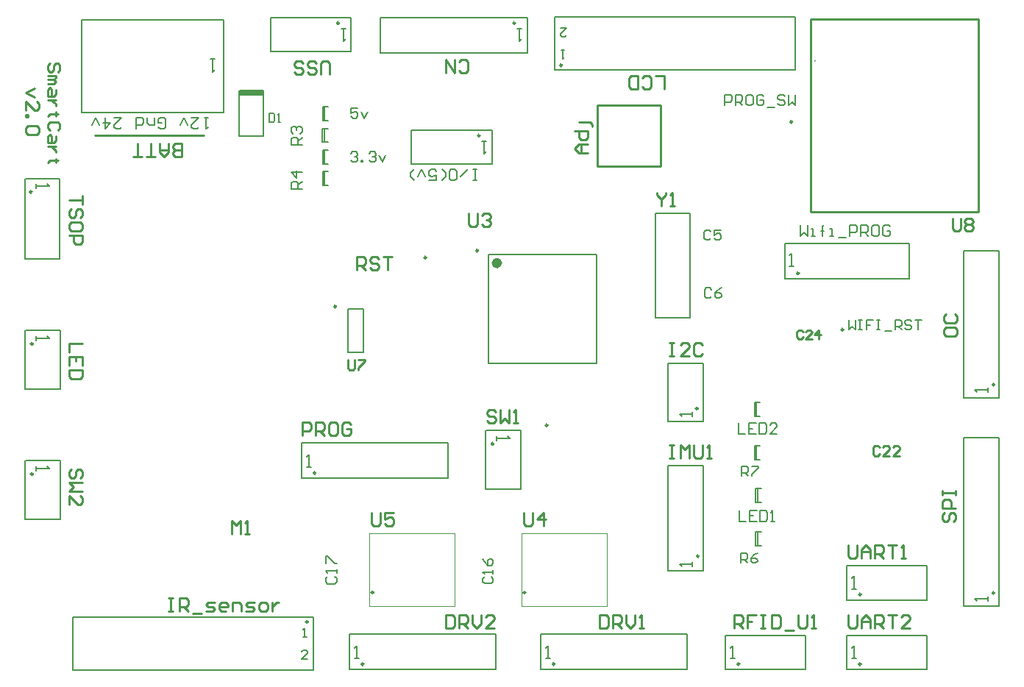
<source format=gbr>
G04 Layer_Color=65535*
%FSLAX23Y23*%
%MOIN*%
%TF.FileFunction,Legend,Top*%
%TF.Part,Single*%
G01*
G75*
%ADD20C,0.010*%
%ADD46C,0.006*%
%ADD47C,0.010*%
%ADD48C,0.024*%
%ADD49C,0.008*%
%ADD50C,0.009*%
%ADD51C,0.004*%
%ADD52C,0.008*%
%ADD53R,0.110X0.031*%
D20*
X4664Y3568D02*
X5419D01*
X4659Y3570D02*
Y4443D01*
X4859D02*
X5219D01*
X5419Y3568D02*
Y4443D01*
X4659D02*
X4859D01*
X5219D02*
X5419D01*
X3693Y4052D02*
X3981D01*
X3693Y3777D02*
Y4052D01*
X3981Y3777D02*
Y4052D01*
X3693Y3777D02*
X3981D01*
X5303Y3539D02*
Y3493D01*
X5312Y3484D01*
X5330D01*
X5340Y3493D01*
Y3539D01*
X5358Y3530D02*
X5367Y3539D01*
X5385D01*
X5395Y3530D01*
Y3521D01*
X5385Y3511D01*
X5395Y3502D01*
Y3493D01*
X5385Y3484D01*
X5367D01*
X5358Y3493D01*
Y3502D01*
X5367Y3511D01*
X5358Y3521D01*
Y3530D01*
X5367Y3511D02*
X5385D01*
X3962Y3657D02*
Y3647D01*
X3982Y3627D01*
X4002Y3647D01*
Y3657D01*
X3982Y3627D02*
Y3597D01*
X4022D02*
X4042D01*
X4032D01*
Y3657D01*
X4022Y3647D01*
X2480Y4192D02*
Y4242D01*
X2470Y4252D01*
X2450D01*
X2440Y4242D01*
Y4192D01*
X2380Y4202D02*
X2390Y4192D01*
X2410D01*
X2420Y4202D01*
Y4212D01*
X2410Y4222D01*
X2390D01*
X2380Y4232D01*
Y4242D01*
X2390Y4252D01*
X2410D01*
X2420Y4242D01*
X2320Y4202D02*
X2330Y4192D01*
X2350D01*
X2360Y4202D01*
Y4212D01*
X2350Y4222D01*
X2330D01*
X2320Y4232D01*
Y4242D01*
X2330Y4252D01*
X2350D01*
X2360Y4242D01*
X4829Y1744D02*
Y1694D01*
X4839Y1684D01*
X4859D01*
X4869Y1694D01*
Y1744D01*
X4889Y1684D02*
Y1724D01*
X4909Y1744D01*
X4929Y1724D01*
Y1684D01*
Y1714D01*
X4889D01*
X4949Y1684D02*
Y1744D01*
X4979D01*
X4989Y1734D01*
Y1714D01*
X4979Y1704D01*
X4949D01*
X4969D02*
X4989Y1684D01*
X5009Y1744D02*
X5049D01*
X5029D01*
Y1684D01*
X5109D02*
X5069D01*
X5109Y1724D01*
Y1734D01*
X5099Y1744D01*
X5079D01*
X5069Y1734D01*
X4829Y2058D02*
Y2008D01*
X4839Y1998D01*
X4859D01*
X4869Y2008D01*
Y2058D01*
X4889Y1998D02*
Y2038D01*
X4909Y2058D01*
X4929Y2038D01*
Y1998D01*
Y2028D01*
X4889D01*
X4949Y1998D02*
Y2058D01*
X4979D01*
X4989Y2048D01*
Y2028D01*
X4979Y2018D01*
X4949D01*
X4969D02*
X4989Y1998D01*
X5009Y2058D02*
X5049D01*
X5029D01*
Y1998D01*
X5069D02*
X5089D01*
X5079D01*
Y2058D01*
X5069Y2048D01*
X2564Y2899D02*
Y2861D01*
X2571Y2854D01*
X2586D01*
X2594Y2861D01*
Y2899D01*
X2609D02*
X2639D01*
Y2891D01*
X2609Y2861D01*
Y2854D01*
X2670Y2207D02*
Y2157D01*
X2680Y2147D01*
X2700D01*
X2710Y2157D01*
Y2207D01*
X2770D02*
X2730D01*
Y2177D01*
X2750Y2187D01*
X2760D01*
X2770Y2177D01*
Y2157D01*
X2760Y2147D01*
X2740D01*
X2730Y2157D01*
X3359Y2207D02*
Y2157D01*
X3369Y2147D01*
X3389D01*
X3399Y2157D01*
Y2207D01*
X3449Y2147D02*
Y2207D01*
X3419Y2177D01*
X3459D01*
X3110Y3564D02*
Y3514D01*
X3120Y3504D01*
X3140D01*
X3150Y3514D01*
Y3564D01*
X3170Y3554D02*
X3180Y3564D01*
X3200D01*
X3210Y3554D01*
Y3544D01*
X3200Y3534D01*
X3190D01*
X3200D01*
X3210Y3524D01*
Y3514D01*
X3200Y3504D01*
X3180D01*
X3170Y3514D01*
X1359Y3642D02*
Y3602D01*
Y3622D01*
X1299D01*
X1349Y3542D02*
X1359Y3552D01*
Y3572D01*
X1349Y3582D01*
X1339D01*
X1329Y3572D01*
Y3552D01*
X1319Y3542D01*
X1309D01*
X1299Y3552D01*
Y3572D01*
X1309Y3582D01*
X1359Y3492D02*
Y3512D01*
X1349Y3522D01*
X1309D01*
X1299Y3512D01*
Y3492D01*
X1309Y3482D01*
X1349D01*
X1359Y3492D01*
X1299Y3462D02*
X1359D01*
Y3432D01*
X1349Y3422D01*
X1329D01*
X1319Y3432D01*
Y3462D01*
X1349Y2362D02*
X1359Y2372D01*
Y2392D01*
X1349Y2402D01*
X1339D01*
X1329Y2392D01*
Y2372D01*
X1319Y2362D01*
X1309D01*
X1299Y2372D01*
Y2392D01*
X1309Y2402D01*
X1359Y2342D02*
X1299D01*
X1319Y2322D01*
X1299Y2302D01*
X1359D01*
X1299Y2242D02*
Y2282D01*
X1339Y2242D01*
X1349D01*
X1359Y2252D01*
Y2272D01*
X1349Y2282D01*
X3234Y2663D02*
X3224Y2673D01*
X3204D01*
X3194Y2663D01*
Y2653D01*
X3204Y2643D01*
X3224D01*
X3234Y2633D01*
Y2623D01*
X3224Y2613D01*
X3204D01*
X3194Y2623D01*
X3254Y2673D02*
Y2613D01*
X3274Y2633D01*
X3294Y2613D01*
Y2673D01*
X3314Y2613D02*
X3334D01*
X3324D01*
Y2673D01*
X3314Y2663D01*
X5265Y2205D02*
X5255Y2195D01*
Y2175D01*
X5265Y2165D01*
X5275D01*
X5285Y2175D01*
Y2195D01*
X5295Y2205D01*
X5305D01*
X5315Y2195D01*
Y2175D01*
X5305Y2165D01*
X5315Y2225D02*
X5255D01*
Y2255D01*
X5265Y2265D01*
X5285D01*
X5295Y2255D01*
Y2225D01*
X5255Y2285D02*
Y2305D01*
Y2295D01*
X5315D01*
Y2285D01*
Y2305D01*
X2602Y3306D02*
Y3366D01*
X2632D01*
X2642Y3356D01*
Y3336D01*
X2632Y3326D01*
X2602D01*
X2622D02*
X2642Y3306D01*
X2702Y3356D02*
X2692Y3366D01*
X2672D01*
X2662Y3356D01*
Y3346D01*
X2672Y3336D01*
X2692D01*
X2702Y3326D01*
Y3316D01*
X2692Y3306D01*
X2672D01*
X2662Y3316D01*
X2722Y3366D02*
X2762D01*
X2742D01*
Y3306D01*
X4312Y1682D02*
Y1742D01*
X4342D01*
X4352Y1732D01*
Y1712D01*
X4342Y1702D01*
X4312D01*
X4332D02*
X4352Y1682D01*
X4412Y1742D02*
X4372D01*
Y1712D01*
X4392D01*
X4372D01*
Y1682D01*
X4432Y1742D02*
X4452D01*
X4442D01*
Y1682D01*
X4432D01*
X4452D01*
X4482Y1742D02*
Y1682D01*
X4512D01*
X4522Y1692D01*
Y1732D01*
X4512Y1742D01*
X4482D01*
X4542Y1672D02*
X4582D01*
X4602Y1742D02*
Y1692D01*
X4612Y1682D01*
X4632D01*
X4642Y1692D01*
Y1742D01*
X4662Y1682D02*
X4682D01*
X4672D01*
Y1742D01*
X4662Y1732D01*
X2358Y2555D02*
Y2615D01*
X2388D01*
X2398Y2605D01*
Y2585D01*
X2388Y2575D01*
X2358D01*
X2418Y2555D02*
Y2615D01*
X2448D01*
X2458Y2605D01*
Y2585D01*
X2448Y2575D01*
X2418D01*
X2438D02*
X2458Y2555D01*
X2508Y2615D02*
X2488D01*
X2478Y2605D01*
Y2565D01*
X2488Y2555D01*
X2508D01*
X2518Y2565D01*
Y2605D01*
X2508Y2615D01*
X2578Y2605D02*
X2568Y2615D01*
X2548D01*
X2538Y2605D01*
Y2565D01*
X2548Y2555D01*
X2568D01*
X2578Y2565D01*
Y2585D01*
X2558D01*
X3650Y3837D02*
X3610D01*
X3590Y3857D01*
X3610Y3877D01*
X3650D01*
X3620D01*
Y3837D01*
X3590Y3937D02*
X3650D01*
Y3907D01*
X3640Y3897D01*
X3620D01*
X3610Y3907D01*
Y3937D01*
X3670Y3957D02*
Y3967D01*
X3660Y3977D01*
X3610D01*
X5264Y3036D02*
Y3016D01*
X5274Y3006D01*
X5314D01*
X5324Y3016D01*
Y3036D01*
X5314Y3046D01*
X5274D01*
X5264Y3036D01*
X5274Y3106D02*
X5264Y3096D01*
Y3076D01*
X5274Y3066D01*
X5314D01*
X5324Y3076D01*
Y3096D01*
X5314Y3106D01*
X2037Y2109D02*
Y2169D01*
X2057Y2149D01*
X2077Y2169D01*
Y2109D01*
X2097D02*
X2117D01*
X2107D01*
Y2169D01*
X2097Y2159D01*
X1359Y2972D02*
X1299D01*
Y2932D01*
X1359Y2872D02*
Y2912D01*
X1299D01*
Y2872D01*
X1329Y2912D02*
Y2892D01*
X1359Y2852D02*
X1299D01*
Y2822D01*
X1309Y2812D01*
X1349D01*
X1359Y2822D01*
Y2852D01*
X3996Y4127D02*
Y4187D01*
X3956D01*
X3896Y4137D02*
X3906Y4127D01*
X3926D01*
X3936Y4137D01*
Y4177D01*
X3926Y4187D01*
X3906D01*
X3896Y4177D01*
X3876Y4127D02*
Y4187D01*
X3846D01*
X3836Y4177D01*
Y4137D01*
X3846Y4127D01*
X3876D01*
X1749Y1820D02*
X1769D01*
X1759D01*
Y1760D01*
X1749D01*
X1769D01*
X1799D02*
Y1820D01*
X1829D01*
X1839Y1810D01*
Y1790D01*
X1829Y1780D01*
X1799D01*
X1819D02*
X1839Y1760D01*
X1859Y1750D02*
X1899D01*
X1919Y1760D02*
X1949D01*
X1959Y1770D01*
X1949Y1780D01*
X1929D01*
X1919Y1790D01*
X1929Y1800D01*
X1959D01*
X2009Y1760D02*
X1989D01*
X1979Y1770D01*
Y1790D01*
X1989Y1800D01*
X2009D01*
X2019Y1790D01*
Y1780D01*
X1979D01*
X2039Y1760D02*
Y1800D01*
X2069D01*
X2079Y1790D01*
Y1760D01*
X2099D02*
X2129D01*
X2139Y1770D01*
X2129Y1780D01*
X2109D01*
X2099Y1790D01*
X2109Y1800D01*
X2139D01*
X2169Y1760D02*
X2189D01*
X2199Y1770D01*
Y1790D01*
X2189Y1800D01*
X2169D01*
X2159Y1790D01*
Y1770D01*
X2169Y1760D01*
X2219Y1800D02*
Y1760D01*
Y1780D01*
X2229Y1790D01*
X2239Y1800D01*
X2249D01*
X4021Y2513D02*
X4041D01*
X4031D01*
Y2453D01*
X4021D01*
X4041D01*
X4071D02*
Y2513D01*
X4091Y2493D01*
X4111Y2513D01*
Y2453D01*
X4131Y2513D02*
Y2463D01*
X4141Y2453D01*
X4161D01*
X4171Y2463D01*
Y2513D01*
X4191Y2453D02*
X4211D01*
X4201D01*
Y2513D01*
X4191Y2503D01*
X4021Y2977D02*
X4041D01*
X4031D01*
Y2917D01*
X4021D01*
X4041D01*
X4111D02*
X4071D01*
X4111Y2957D01*
Y2967D01*
X4101Y2977D01*
X4081D01*
X4071Y2967D01*
X4171D02*
X4161Y2977D01*
X4141D01*
X4131Y2967D01*
Y2927D01*
X4141Y2917D01*
X4161D01*
X4171Y2927D01*
X3008Y1742D02*
Y1682D01*
X3038D01*
X3048Y1692D01*
Y1732D01*
X3038Y1742D01*
X3008D01*
X3068Y1682D02*
Y1742D01*
X3098D01*
X3108Y1732D01*
Y1712D01*
X3098Y1702D01*
X3068D01*
X3088D02*
X3108Y1682D01*
X3128Y1742D02*
Y1702D01*
X3148Y1682D01*
X3168Y1702D01*
Y1742D01*
X3228Y1682D02*
X3188D01*
X3228Y1722D01*
Y1732D01*
X3218Y1742D01*
X3198D01*
X3188Y1732D01*
X3703Y1741D02*
Y1681D01*
X3733D01*
X3743Y1691D01*
Y1731D01*
X3733Y1741D01*
X3703D01*
X3763Y1681D02*
Y1741D01*
X3793D01*
X3803Y1731D01*
Y1711D01*
X3793Y1701D01*
X3763D01*
X3783D02*
X3803Y1681D01*
X3823Y1741D02*
Y1701D01*
X3843Y1681D01*
X3863Y1701D01*
Y1741D01*
X3883Y1681D02*
X3903D01*
X3893D01*
Y1741D01*
X3883Y1731D01*
X3068Y4208D02*
X3078Y4198D01*
X3098D01*
X3108Y4208D01*
Y4248D01*
X3098Y4258D01*
X3078D01*
X3068Y4248D01*
X3048Y4258D02*
Y4198D01*
X3008Y4258D01*
Y4198D01*
X1811Y3818D02*
Y3878D01*
X1781D01*
X1771Y3868D01*
Y3858D01*
X1781Y3848D01*
X1811D01*
X1781D01*
X1771Y3838D01*
Y3828D01*
X1781Y3818D01*
X1811D01*
X1751Y3878D02*
Y3838D01*
X1731Y3818D01*
X1711Y3838D01*
Y3878D01*
Y3848D01*
X1751D01*
X1691Y3818D02*
X1651D01*
X1671D01*
Y3878D01*
X1631Y3818D02*
X1591D01*
X1611D01*
Y3878D01*
X1249Y4204D02*
X1258Y4214D01*
Y4232D01*
X1249Y4241D01*
X1240D01*
X1230Y4232D01*
Y4214D01*
X1221Y4204D01*
X1212D01*
X1203Y4214D01*
Y4232D01*
X1212Y4241D01*
X1203Y4186D02*
X1240D01*
Y4177D01*
X1230Y4168D01*
X1203D01*
X1230D01*
X1240Y4159D01*
X1230Y4149D01*
X1203D01*
X1240Y4122D02*
Y4104D01*
X1230Y4094D01*
X1203D01*
Y4122D01*
X1212Y4131D01*
X1221Y4122D01*
Y4094D01*
X1240Y4076D02*
X1203D01*
X1221D01*
X1230Y4067D01*
X1240Y4058D01*
Y4049D01*
X1249Y4012D02*
X1240D01*
Y4021D01*
Y4003D01*
Y4012D01*
X1212D01*
X1203Y4003D01*
X1249Y3939D02*
X1258Y3948D01*
Y3966D01*
X1249Y3975D01*
X1212D01*
X1203Y3966D01*
Y3948D01*
X1212Y3939D01*
X1240Y3911D02*
Y3893D01*
X1230Y3884D01*
X1203D01*
Y3911D01*
X1212Y3920D01*
X1221Y3911D01*
Y3884D01*
X1240Y3865D02*
X1203D01*
X1221D01*
X1230Y3856D01*
X1240Y3847D01*
Y3838D01*
X1249Y3801D02*
X1240D01*
Y3810D01*
Y3792D01*
Y3801D01*
X1212D01*
X1203Y3792D01*
X1144Y4128D02*
X1104Y4108D01*
X1144Y4088D01*
X1104Y4028D02*
Y4068D01*
X1144Y4028D01*
X1154D01*
X1164Y4038D01*
Y4058D01*
X1154Y4068D01*
X1104Y4008D02*
X1114D01*
Y3998D01*
X1104D01*
Y4008D01*
X1154Y3958D02*
X1164Y3948D01*
Y3928D01*
X1154Y3918D01*
X1114D01*
X1104Y3928D01*
Y3948D01*
X1114Y3958D01*
X1154D01*
D46*
X4680Y4253D02*
G03*
X4680Y4253I-1J0D01*
G01*
X4297Y1545D02*
X4317D01*
X4307D01*
Y1604D01*
X4297Y1594D01*
X2379Y1542D02*
X2352D01*
X2379Y1568D01*
Y1575D01*
X2372Y1582D01*
X2359D01*
X2352Y1575D01*
X2361Y1643D02*
X2375D01*
X2368D01*
Y1683D01*
X2361Y1676D01*
X1151Y2416D02*
Y2396D01*
Y2406D01*
X1210D01*
X1200Y2416D01*
X1151Y3006D02*
Y2987D01*
Y2996D01*
X1210D01*
X1200Y3006D01*
X1151Y3695D02*
Y3676D01*
Y3685D01*
X1210D01*
X1200Y3695D01*
X3191Y3890D02*
X3171D01*
X3181D01*
Y3831D01*
X3191Y3841D01*
X3460Y1545D02*
X3480D01*
X3470D01*
Y1604D01*
X3460Y1594D01*
X2594Y1545D02*
X2614D01*
X2604D01*
Y1604D01*
X2594Y1594D01*
X4563Y3321D02*
X4582D01*
X4572D01*
Y3380D01*
X4563Y3371D01*
X5463Y2751D02*
Y2771D01*
Y2761D01*
X5404D01*
X5414Y2751D01*
X5463Y1807D02*
Y1826D01*
Y1816D01*
X5404D01*
X5414Y1807D01*
X3527Y4403D02*
X3553D01*
X3527Y4376D01*
Y4370D01*
X3533Y4363D01*
X3547D01*
X3553Y4370D01*
X3544Y4302D02*
X3531D01*
X3538D01*
Y4262D01*
X3544Y4269D01*
X3351Y4400D02*
X3331D01*
X3341D01*
Y4341D01*
X3351Y4351D01*
X2553Y4400D02*
X2534D01*
X2544D01*
Y4341D01*
X2553Y4351D01*
X1960Y4263D02*
X1941D01*
X1951D01*
Y4204D01*
X1960Y4213D01*
X3238Y2553D02*
Y2534D01*
Y2544D01*
X3297D01*
X3287Y2553D01*
X2377Y2411D02*
X2397D01*
X2387D01*
Y2470D01*
X2377Y2460D01*
X4124Y2643D02*
Y2663D01*
Y2653D01*
X4065D01*
X4075Y2643D01*
X4124Y1964D02*
Y1984D01*
Y1974D01*
X4065D01*
X4075Y1964D01*
X4848Y1545D02*
X4868D01*
X4858D01*
Y1604D01*
X4848Y1594D01*
Y1860D02*
X4868D01*
X4858D01*
Y1919D01*
X4848Y1909D01*
D47*
X2509Y3140D02*
G03*
X2509Y3140I-5J0D01*
G01*
X4337Y1520D02*
G03*
X4337Y1520I-5J0D01*
G01*
X2382Y1711D02*
G03*
X2382Y1711I-5J0D01*
G01*
X1136Y2381D02*
G03*
X1136Y2381I-5J0D01*
G01*
Y2971D02*
G03*
X1136Y2971I-5J0D01*
G01*
X1131Y3660D02*
G03*
X1131Y3660I-5J0D01*
G01*
X3161Y3915D02*
G03*
X3161Y3915I-5J0D01*
G01*
X4576Y3977D02*
G03*
X4576Y3977I-5J0D01*
G01*
X3500Y1520D02*
G03*
X3500Y1520I-5J0D01*
G01*
X2634D02*
G03*
X2634Y1520I-5J0D01*
G01*
X4808Y3035D02*
G03*
X4808Y3035I-5J0D01*
G01*
X4607Y3291D02*
G03*
X4607Y3291I-5J0D01*
G01*
X5493Y2786D02*
G03*
X5493Y2786I-5J0D01*
G01*
Y1842D02*
G03*
X5493Y1842I-5J0D01*
G01*
X2919Y3362D02*
G03*
X2919Y3362I-5J0D01*
G01*
X3533Y4234D02*
G03*
X3533Y4234I-5J0D01*
G01*
X3321Y4425D02*
G03*
X3321Y4425I-5J0D01*
G01*
X2523D02*
G03*
X2523Y4425I-5J0D01*
G01*
X3153Y3394D02*
G03*
X3153Y3394I-5J0D01*
G01*
X3223Y2518D02*
G03*
X3223Y2518I-5J0D01*
G01*
X3469Y2602D02*
G03*
X3469Y2602I-5J0D01*
G01*
X2417Y2386D02*
G03*
X2417Y2386I-5J0D01*
G01*
X4149Y2678D02*
G03*
X4149Y2678I-5J0D01*
G01*
X4154Y2009D02*
G03*
X4154Y2009I-5J0D01*
G01*
X3368Y1844D02*
G03*
X3368Y1844I-5J0D01*
G01*
X2679D02*
G03*
X2679Y1844I-5J0D01*
G01*
X4888Y1520D02*
G03*
X4888Y1520I-5J0D01*
G01*
Y1835D02*
G03*
X4888Y1835I-5J0D01*
G01*
D48*
X3250Y3337D02*
G03*
X3250Y3337I-12J0D01*
G01*
D49*
X4406Y2707D02*
X4430D01*
X4406Y2644D02*
X4430D01*
X4406D02*
Y2707D01*
X4414Y2644D02*
Y2707D01*
X4406Y2510D02*
X4430D01*
X4406Y2447D02*
X4430D01*
X4406D02*
Y2510D01*
X4414Y2447D02*
Y2510D01*
X4411Y2315D02*
X4435D01*
X4411Y2252D02*
X4435D01*
X4411D02*
Y2315D01*
X4419Y2252D02*
Y2315D01*
X4411Y2118D02*
X4435D01*
X4411Y2055D02*
X4435D01*
X4411D02*
Y2118D01*
X4419Y2055D02*
Y2118D01*
X2563Y2933D02*
Y3130D01*
X2634Y2933D02*
Y3130D01*
X2563D02*
X2634D01*
X2563Y2933D02*
X2634D01*
X4272Y1650D02*
X4637D01*
X4272Y1495D02*
X4637D01*
X4272Y1496D02*
Y1650D01*
X4637Y1496D02*
Y1650D01*
X1315Y1494D02*
Y1734D01*
X2405Y1494D02*
Y1734D01*
X1315D02*
X2405D01*
X1315Y1494D02*
X2405D01*
X2449Y3752D02*
X2472D01*
X2449Y3689D02*
X2472D01*
X2449D02*
Y3752D01*
X2456Y3689D02*
Y3752D01*
X2448Y3947D02*
X2472D01*
X2448Y3885D02*
X2472D01*
X2448D02*
Y3947D01*
X2456Y3885D02*
Y3947D01*
X2071Y3911D02*
X2181D01*
X2071D02*
Y4120D01*
X2181Y3911D02*
Y4120D01*
X1261Y2176D02*
Y2441D01*
X1101Y2176D02*
Y2441D01*
X1102D02*
X1260D01*
X1101Y2176D02*
X1261D01*
Y2766D02*
Y3031D01*
X1101Y2766D02*
Y3031D01*
X1102D02*
X1260D01*
X1101Y2766D02*
X1261D01*
X1256Y3355D02*
Y3720D01*
X1101Y3355D02*
Y3720D01*
X1102D02*
X1256D01*
X1102Y3355D02*
X1256D01*
X2851Y3785D02*
X3216D01*
X2851Y3940D02*
X3216D01*
Y3785D02*
Y3939D01*
X2851Y3785D02*
Y3939D01*
X2449Y4047D02*
X2472D01*
X2449Y3984D02*
X2472D01*
X2449D02*
Y4047D01*
X2456Y3984D02*
Y4047D01*
X2449Y3850D02*
X2472D01*
X2449Y3787D02*
X2472D01*
X2449D02*
Y3850D01*
X2456Y3787D02*
Y3850D01*
X4100Y1495D02*
Y1655D01*
X3435Y1495D02*
X4100D01*
X3435Y1655D02*
X4100D01*
X3435Y1496D02*
Y1654D01*
X3234Y1495D02*
Y1655D01*
X2569Y1495D02*
X3234D01*
X2569Y1655D02*
X3234D01*
X2569Y1496D02*
Y1654D01*
X5108Y3266D02*
Y3426D01*
X4543Y3268D02*
Y3425D01*
Y3266D02*
X5108D01*
X4543Y3426D02*
X5108D01*
X5353Y3391D02*
X5513D01*
Y2726D02*
Y3391D01*
X5353Y2726D02*
Y3391D01*
X5354Y2726D02*
X5512D01*
X5354Y1782D02*
X5512D01*
X5353D02*
Y2547D01*
X5513Y1782D02*
Y2547D01*
X5353D02*
X5513D01*
X4590Y4211D02*
Y4451D01*
X3500Y4211D02*
Y4451D01*
Y4211D02*
X4590D01*
X3500Y4451D02*
X4590D01*
X2711Y4290D02*
Y4450D01*
X3376D01*
X2711Y4290D02*
X3376D01*
Y4291D02*
Y4449D01*
X2213Y4295D02*
X2578D01*
X2213Y4450D02*
X2578D01*
Y4295D02*
Y4449D01*
X2213Y4295D02*
Y4449D01*
X1355Y4018D02*
Y4438D01*
Y4018D02*
X2000D01*
Y4438D01*
X1355D02*
X2000D01*
X3199Y2884D02*
X3691D01*
X3199Y3376D02*
X3691D01*
Y2884D02*
Y3376D01*
X3199Y2884D02*
Y3376D01*
X3348Y2313D02*
Y2578D01*
X3188Y2313D02*
Y2578D01*
X3189D02*
X3346D01*
X3188Y2313D02*
X3348D01*
X3955Y3090D02*
X4114D01*
X3955Y3091D02*
Y3563D01*
X4113Y3091D02*
Y3563D01*
X3955Y3563D02*
X4114D01*
X3017Y2361D02*
Y2521D01*
X2352Y2361D02*
X3017D01*
X2352Y2521D02*
X3017D01*
X2352Y2362D02*
Y2520D01*
X4014Y2618D02*
Y2883D01*
X4174Y2618D02*
Y2883D01*
X4016Y2618D02*
X4173D01*
X4014Y2883D02*
X4174D01*
X4014Y2419D02*
X4174D01*
X4016Y1944D02*
X4173D01*
X4174D02*
Y2419D01*
X4014Y1944D02*
Y2419D01*
X4823Y1650D02*
X5188D01*
X4823Y1495D02*
X5188D01*
X4823Y1496D02*
Y1650D01*
X5188Y1496D02*
Y1650D01*
X4823Y1965D02*
X5188D01*
X4823Y1810D02*
X5188D01*
X4823Y1811D02*
Y1965D01*
X5188Y1811D02*
Y1965D01*
D50*
X1417Y3917D02*
X1909D01*
X4625Y3027D02*
X4618Y3034D01*
X4605D01*
X4598Y3027D01*
Y3001D01*
X4605Y2994D01*
X4618D01*
X4625Y3001D01*
X4665Y2994D02*
X4638D01*
X4665Y3021D01*
Y3027D01*
X4658Y3034D01*
X4645D01*
X4638Y3027D01*
X4698Y2994D02*
Y3034D01*
X4678Y3014D01*
X4705D01*
X4972Y2501D02*
X4964Y2509D01*
X4949D01*
X4942Y2501D01*
Y2471D01*
X4949Y2464D01*
X4964D01*
X4972Y2471D01*
X5017Y2464D02*
X4987D01*
X5017Y2494D01*
Y2501D01*
X5009Y2509D01*
X4994D01*
X4987Y2501D01*
X5062Y2464D02*
X5032D01*
X5062Y2494D01*
Y2501D01*
X5054Y2509D01*
X5039D01*
X5032Y2501D01*
D51*
X3350Y1783D02*
X3736D01*
X3350Y2114D02*
X3736D01*
X3350Y1783D02*
Y2114D01*
X3736Y1783D02*
Y2114D01*
X2661Y1783D02*
X3047D01*
X2661Y2114D02*
X3047D01*
X2661Y1783D02*
Y2114D01*
X3047Y1783D02*
Y2114D01*
D52*
X4832Y3080D02*
Y3035D01*
X4847Y3050D01*
X4862Y3035D01*
Y3080D01*
X4877D02*
X4892D01*
X4884D01*
Y3035D01*
X4877D01*
X4892D01*
X4944Y3080D02*
X4914D01*
Y3057D01*
X4929D01*
X4914D01*
Y3035D01*
X4959Y3080D02*
X4974D01*
X4967D01*
Y3035D01*
X4959D01*
X4974D01*
X4997Y3028D02*
X5027D01*
X5042Y3035D02*
Y3080D01*
X5064D01*
X5072Y3072D01*
Y3057D01*
X5064Y3050D01*
X5042D01*
X5057D02*
X5072Y3035D01*
X5117Y3072D02*
X5109Y3080D01*
X5094D01*
X5087Y3072D01*
Y3065D01*
X5094Y3057D01*
X5109D01*
X5117Y3050D01*
Y3042D01*
X5109Y3035D01*
X5094D01*
X5087Y3042D01*
X5132Y3080D02*
X5162D01*
X5147D01*
Y3035D01*
X4613Y3509D02*
Y3459D01*
X4630Y3476D01*
X4646Y3459D01*
Y3509D01*
X4663Y3459D02*
X4680D01*
X4671D01*
Y3492D01*
X4663D01*
X4713Y3459D02*
Y3501D01*
Y3484D01*
X4705D01*
X4721D01*
X4713D01*
Y3501D01*
X4721Y3509D01*
X4746Y3459D02*
X4763D01*
X4755D01*
Y3492D01*
X4746D01*
X4788Y3451D02*
X4821D01*
X4838Y3459D02*
Y3509D01*
X4863D01*
X4871Y3501D01*
Y3484D01*
X4863Y3476D01*
X4838D01*
X4888Y3459D02*
Y3509D01*
X4913D01*
X4921Y3501D01*
Y3484D01*
X4913Y3476D01*
X4888D01*
X4905D02*
X4921Y3459D01*
X4963Y3509D02*
X4946D01*
X4938Y3501D01*
Y3467D01*
X4946Y3459D01*
X4963D01*
X4971Y3467D01*
Y3501D01*
X4963Y3509D01*
X5021Y3501D02*
X5013Y3509D01*
X4996D01*
X4988Y3501D01*
Y3467D01*
X4996Y3459D01*
X5013D01*
X5021Y3467D01*
Y3484D01*
X5005D01*
X4347Y2372D02*
Y2417D01*
X4369D01*
X4377Y2409D01*
Y2394D01*
X4369Y2387D01*
X4347D01*
X4362D02*
X4377Y2372D01*
X4392Y2417D02*
X4422D01*
Y2409D01*
X4392Y2379D01*
Y2372D01*
X4344Y1978D02*
Y2023D01*
X4366D01*
X4374Y2015D01*
Y2000D01*
X4366Y1993D01*
X4344D01*
X4359D02*
X4374Y1978D01*
X4419Y2023D02*
X4404Y2015D01*
X4389Y2000D01*
Y1985D01*
X4396Y1978D01*
X4411D01*
X4419Y1985D01*
Y1993D01*
X4411Y2000D01*
X4389D01*
X2355Y3674D02*
X2305D01*
Y3699D01*
X2313Y3707D01*
X2330D01*
X2338Y3699D01*
Y3674D01*
Y3691D02*
X2355Y3707D01*
Y3749D02*
X2305D01*
X2330Y3724D01*
Y3757D01*
X2355Y3873D02*
X2305D01*
Y3898D01*
X2313Y3906D01*
X2330D01*
X2338Y3898D01*
Y3873D01*
Y3890D02*
X2355Y3906D01*
X2313Y3923D02*
X2305Y3931D01*
Y3948D01*
X2313Y3956D01*
X2322D01*
X2330Y3948D01*
Y3940D01*
Y3948D01*
X2338Y3956D01*
X2347D01*
X2355Y3948D01*
Y3931D01*
X2347Y3923D01*
X4271Y4051D02*
Y4099D01*
X4295D01*
X4303Y4091D01*
Y4075D01*
X4295Y4067D01*
X4271D01*
X4319Y4051D02*
Y4099D01*
X4343D01*
X4351Y4091D01*
Y4075D01*
X4343Y4067D01*
X4319D01*
X4335D02*
X4351Y4051D01*
X4391Y4099D02*
X4375D01*
X4367Y4091D01*
Y4059D01*
X4375Y4051D01*
X4391D01*
X4399Y4059D01*
Y4091D01*
X4391Y4099D01*
X4447Y4091D02*
X4439Y4099D01*
X4423D01*
X4415Y4091D01*
Y4059D01*
X4423Y4051D01*
X4439D01*
X4447Y4059D01*
Y4075D01*
X4431D01*
X4463Y4043D02*
X4495D01*
X4543Y4091D02*
X4535Y4099D01*
X4519D01*
X4511Y4091D01*
Y4083D01*
X4519Y4075D01*
X4535D01*
X4543Y4067D01*
Y4059D01*
X4535Y4051D01*
X4519D01*
X4511Y4059D01*
X4559Y4099D02*
Y4051D01*
X4575Y4067D01*
X4591Y4051D01*
Y4099D01*
X4332Y2611D02*
Y2563D01*
X4364D01*
X4412Y2611D02*
X4380D01*
Y2563D01*
X4412D01*
X4380Y2587D02*
X4396D01*
X4428Y2611D02*
Y2563D01*
X4452D01*
X4460Y2571D01*
Y2603D01*
X4452Y2611D01*
X4428D01*
X4508Y2563D02*
X4476D01*
X4508Y2595D01*
Y2603D01*
X4500Y2611D01*
X4484D01*
X4476Y2603D01*
X4335Y2215D02*
Y2167D01*
X4367D01*
X4415Y2215D02*
X4383D01*
Y2167D01*
X4415D01*
X4383Y2191D02*
X4399D01*
X4431Y2215D02*
Y2167D01*
X4455D01*
X4463Y2175D01*
Y2207D01*
X4455Y2215D01*
X4431D01*
X4479Y2167D02*
X4495D01*
X4487D01*
Y2215D01*
X4479Y2207D01*
X2577Y3834D02*
X2584Y3842D01*
X2599D01*
X2607Y3834D01*
Y3827D01*
X2599Y3819D01*
X2592D01*
X2599D01*
X2607Y3812D01*
Y3804D01*
X2599Y3797D01*
X2584D01*
X2577Y3804D01*
X2622Y3797D02*
Y3804D01*
X2629D01*
Y3797D01*
X2622D01*
X2659Y3834D02*
X2667Y3842D01*
X2682D01*
X2689Y3834D01*
Y3827D01*
X2682Y3819D01*
X2674D01*
X2682D01*
X2689Y3812D01*
Y3804D01*
X2682Y3797D01*
X2667D01*
X2659Y3804D01*
X2704Y3827D02*
X2719Y3797D01*
X2734Y3827D01*
X2608Y4039D02*
X2578D01*
Y4016D01*
X2593Y4024D01*
X2600D01*
X2608Y4016D01*
Y4001D01*
X2600Y3994D01*
X2585D01*
X2578Y4001D01*
X2623Y4024D02*
X2638Y3994D01*
X2653Y4024D01*
X2205Y4016D02*
Y3976D01*
X2225D01*
X2231Y3983D01*
Y4010D01*
X2225Y4016D01*
X2205D01*
X2245Y3976D02*
X2258D01*
X2251D01*
Y4016D01*
X2245Y4010D01*
X2470Y1916D02*
X2462Y1908D01*
Y1891D01*
X2470Y1883D01*
X2504D01*
X2512Y1891D01*
Y1908D01*
X2504Y1916D01*
X2512Y1933D02*
Y1950D01*
Y1941D01*
X2462D01*
X2470Y1933D01*
X2462Y1975D02*
Y2008D01*
X2470D01*
X2504Y1975D01*
X2512D01*
X3182Y1915D02*
X3174Y1907D01*
Y1892D01*
X3182Y1885D01*
X3212D01*
X3219Y1892D01*
Y1907D01*
X3212Y1915D01*
X3219Y1930D02*
Y1945D01*
Y1937D01*
X3174D01*
X3182Y1930D01*
X3174Y1997D02*
X3182Y1982D01*
X3197Y1967D01*
X3212D01*
X3219Y1975D01*
Y1990D01*
X3212Y1997D01*
X3204D01*
X3197Y1990D01*
Y1967D01*
X4210Y3217D02*
X4202Y3225D01*
X4187D01*
X4180Y3217D01*
Y3187D01*
X4187Y3180D01*
X4202D01*
X4210Y3187D01*
X4255Y3225D02*
X4240Y3217D01*
X4225Y3202D01*
Y3187D01*
X4232Y3180D01*
X4247D01*
X4255Y3187D01*
Y3195D01*
X4247Y3202D01*
X4225D01*
X4208Y3478D02*
X4200Y3486D01*
X4185D01*
X4178Y3478D01*
Y3448D01*
X4185Y3441D01*
X4200D01*
X4208Y3448D01*
X4253Y3486D02*
X4223D01*
Y3463D01*
X4238Y3471D01*
X4245D01*
X4253Y3463D01*
Y3448D01*
X4245Y3441D01*
X4230D01*
X4223Y3448D01*
X3147Y3712D02*
X3130D01*
X3139D01*
Y3762D01*
X3147D01*
X3130D01*
X3105D02*
X3072Y3729D01*
X3030Y3712D02*
X3047D01*
X3055Y3720D01*
Y3754D01*
X3047Y3762D01*
X3030D01*
X3022Y3754D01*
Y3720D01*
X3030Y3712D01*
X2989Y3762D02*
X3005Y3745D01*
Y3729D01*
X2989Y3712D01*
X2930D02*
X2964D01*
Y3737D01*
X2947Y3729D01*
X2939D01*
X2930Y3737D01*
Y3754D01*
X2939Y3762D01*
X2955D01*
X2964Y3754D01*
X2914Y3729D02*
X2897Y3762D01*
X2880Y3729D01*
X2864Y3762D02*
X2847Y3745D01*
Y3729D01*
X2864Y3712D01*
X1929Y3996D02*
X1912D01*
X1921D01*
Y3946D01*
X1929Y3954D01*
X1854Y3996D02*
X1887D01*
X1854Y3963D01*
Y3954D01*
X1862Y3946D01*
X1879D01*
X1887Y3954D01*
X1837Y3963D02*
X1821Y3996D01*
X1804Y3963D01*
X1704Y3954D02*
X1713Y3946D01*
X1729D01*
X1738Y3954D01*
Y3988D01*
X1729Y3996D01*
X1713D01*
X1704Y3988D01*
Y3971D01*
X1721D01*
X1688Y3996D02*
Y3963D01*
X1663D01*
X1654Y3971D01*
Y3996D01*
X1604Y3946D02*
Y3996D01*
X1629D01*
X1638Y3988D01*
Y3971D01*
X1629Y3963D01*
X1604D01*
X1504Y3996D02*
X1538D01*
X1504Y3963D01*
Y3954D01*
X1513Y3946D01*
X1529D01*
X1538Y3954D01*
X1463Y3996D02*
Y3946D01*
X1488Y3971D01*
X1454D01*
X1438Y3963D02*
X1421Y3996D01*
X1404Y3963D01*
D53*
X2126Y4108D02*
D03*
%TF.MD5,5E8505B1B5B2735C1FF79AE4770BECBF*%
M02*

</source>
